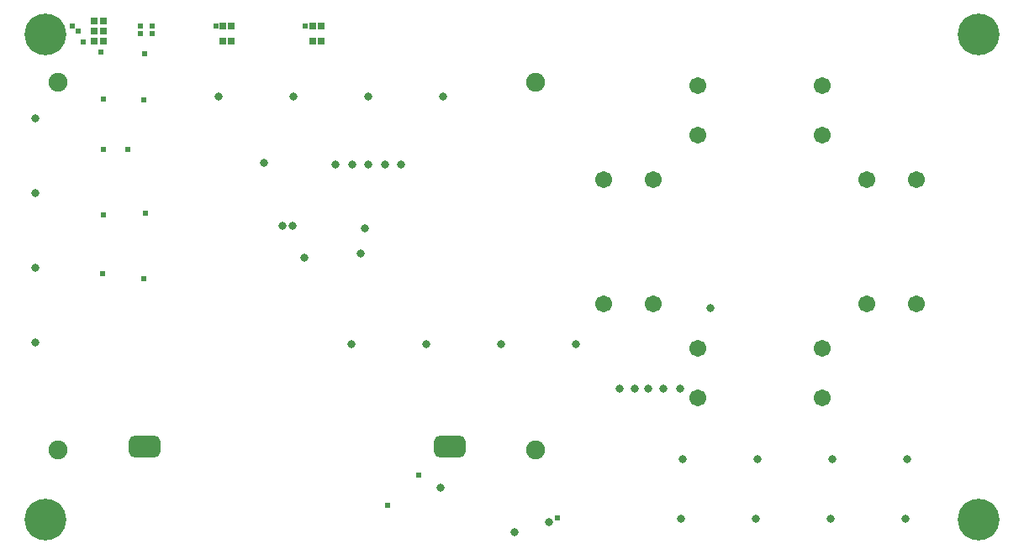
<source format=gbr>
%TF.GenerationSoftware,Altium Limited,Altium Designer,22.5.1 (42)*%
G04 Layer_Color=8388736*
%FSLAX45Y45*%
%MOMM*%
%TF.SameCoordinates,ADDB7551-072C-4BAF-947E-D85C9ED3ECA7*%
%TF.FilePolarity,Negative*%
%TF.FileFunction,Soldermask,Top*%
%TF.Part,Single*%
G01*
G75*
%TA.AperFunction,ComponentPad*%
%ADD16C,1.70790*%
%TA.AperFunction,SMDPad,CuDef*%
%ADD36R,0.66726X0.64160*%
%TA.AperFunction,ComponentPad*%
G04:AMPARAMS|DCode=43|XSize=3.2032mm|YSize=2.2032mm|CornerRadius=0.6016mm|HoleSize=0mm|Usage=FLASHONLY|Rotation=0.000|XOffset=0mm|YOffset=0mm|HoleType=Round|Shape=RoundedRectangle|*
%AMROUNDEDRECTD43*
21,1,3.20320,1.00000,0,0,0.0*
21,1,2.00000,2.20320,0,0,0.0*
1,1,1.20320,1.00000,-0.50000*
1,1,1.20320,-1.00000,-0.50000*
1,1,1.20320,-1.00000,0.50000*
1,1,1.20320,1.00000,0.50000*
%
%ADD43ROUNDEDRECTD43*%
%ADD44C,1.90320*%
%TA.AperFunction,ViaPad*%
%ADD45C,4.20320*%
%ADD46C,0.80320*%
%ADD47C,0.60320*%
%TA.AperFunction,SMDPad,CuDef*%
%ADD52R,0.60160X0.50160*%
D16*
X6874600Y2030600D02*
D03*
Y1530600D02*
D03*
X8124600D02*
D03*
Y2030600D02*
D03*
X5924600Y2480600D02*
D03*
X6424600D02*
D03*
Y3730600D02*
D03*
X5924600D02*
D03*
X8574600Y2480600D02*
D03*
X9074600D02*
D03*
Y3730600D02*
D03*
X8574600D02*
D03*
X6874600Y4680600D02*
D03*
Y4180600D02*
D03*
X8124600D02*
D03*
Y4680600D02*
D03*
D36*
X2992018Y5283200D02*
D03*
X3078582D02*
D03*
Y5130800D02*
D03*
X2992018D02*
D03*
X881482D02*
D03*
X794918D02*
D03*
X881482Y5232400D02*
D03*
X794918D02*
D03*
X881482Y5334000D02*
D03*
X794918D02*
D03*
X2085137Y5130800D02*
D03*
X2171700D02*
D03*
Y5283200D02*
D03*
X2085137D02*
D03*
D43*
X4376700Y1037737D02*
D03*
X1296700D02*
D03*
D44*
X5241700Y1002737D02*
D03*
Y4712737D02*
D03*
X431700Y1002737D02*
D03*
Y4712737D02*
D03*
D45*
X300000Y300000D02*
D03*
X9700000D02*
D03*
Y5200000D02*
D03*
X300000D02*
D03*
D46*
X203200Y2087034D02*
D03*
Y2840567D02*
D03*
Y3594100D02*
D03*
Y4347633D02*
D03*
X2048934Y4572000D02*
D03*
X2802467D02*
D03*
X3556000D02*
D03*
X4309533D02*
D03*
X3382434Y2070100D02*
D03*
X4135967D02*
D03*
X4889500D02*
D03*
X5643033D02*
D03*
X6722534Y914400D02*
D03*
X7476067D02*
D03*
X8229600D02*
D03*
X8983133D02*
D03*
X8962721Y314032D02*
D03*
X8209188D02*
D03*
X7455654D02*
D03*
X6702121D02*
D03*
X6997700Y2438400D02*
D03*
X5372100Y279400D02*
D03*
X5029200Y177800D02*
D03*
X6527800Y1625600D02*
D03*
X6235700D02*
D03*
X6375400D02*
D03*
X6083300D02*
D03*
X6692900D02*
D03*
X4279900Y622300D02*
D03*
X2692400Y3263900D02*
D03*
X2794000D02*
D03*
X3478309Y2985991D02*
D03*
X3886200Y3886200D02*
D03*
X3390900D02*
D03*
X3225800D02*
D03*
X2908300Y2946400D02*
D03*
X3517900Y3238500D02*
D03*
X3721100Y3886200D02*
D03*
X3556000D02*
D03*
X2501900Y3898900D02*
D03*
D47*
X1133093Y4035807D02*
D03*
X1301099Y5006851D02*
D03*
X1305307Y3393693D02*
D03*
X4064000Y749300D02*
D03*
X5461000Y317500D02*
D03*
X1295400Y2730500D02*
D03*
X863600Y5016500D02*
D03*
X1292607Y4536693D02*
D03*
X889000Y4546600D02*
D03*
X3746500Y444500D02*
D03*
X876300Y2781300D02*
D03*
X2022204Y5278585D02*
D03*
X2921000Y5283200D02*
D03*
X889000Y3378200D02*
D03*
Y4038600D02*
D03*
X685800Y5118100D02*
D03*
X635000Y5232400D02*
D03*
X571500Y5283200D02*
D03*
D52*
X1380795Y5280101D02*
D03*
Y5210099D02*
D03*
X1260805D02*
D03*
Y5280101D02*
D03*
%TF.MD5,22acc1a4969df2102d8484f685e93c09*%
M02*

</source>
